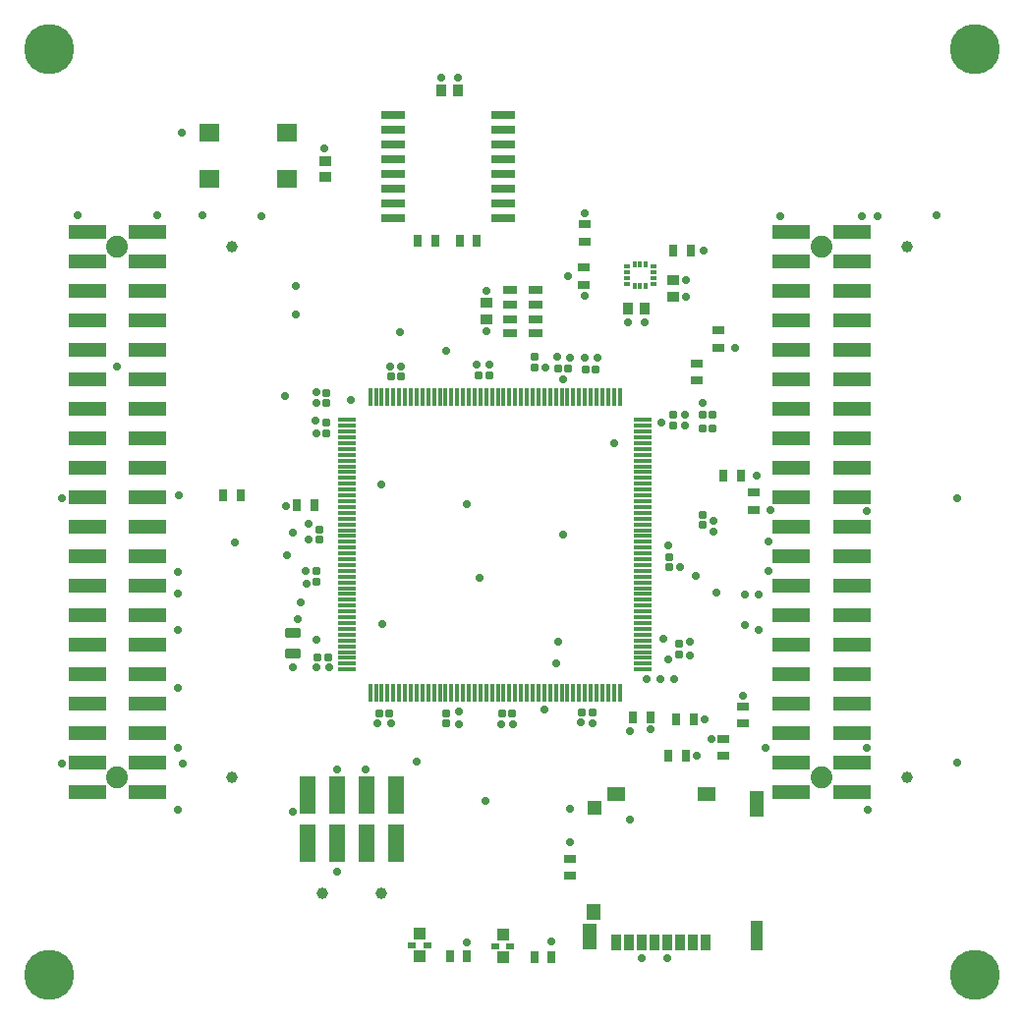
<source format=gts>
G04*
G04 #@! TF.GenerationSoftware,Altium Limited,Altium Designer,23.11.1 (41)*
G04*
G04 Layer_Color=8388736*
%FSLAX25Y25*%
%MOIN*%
G70*
G04*
G04 #@! TF.SameCoordinates,7B13C31F-70D5-41CF-BA4D-497FEED21CC8*
G04*
G04*
G04 #@! TF.FilePolarity,Negative*
G04*
G01*
G75*
%ADD42R,0.07998X0.03156*%
%ADD43R,0.12900X0.04888*%
G04:AMPARAMS|DCode=44|XSize=25.65mil|YSize=23.68mil|CornerRadius=4.46mil|HoleSize=0mil|Usage=FLASHONLY|Rotation=270.000|XOffset=0mil|YOffset=0mil|HoleType=Round|Shape=RoundedRectangle|*
%AMROUNDEDRECTD44*
21,1,0.02565,0.01476,0,0,270.0*
21,1,0.01673,0.02368,0,0,270.0*
1,1,0.00892,-0.00738,-0.00837*
1,1,0.00892,-0.00738,0.00837*
1,1,0.00892,0.00738,0.00837*
1,1,0.00892,0.00738,-0.00837*
%
%ADD44ROUNDEDRECTD44*%
G04:AMPARAMS|DCode=45|XSize=25.65mil|YSize=23.68mil|CornerRadius=4.46mil|HoleSize=0mil|Usage=FLASHONLY|Rotation=180.000|XOffset=0mil|YOffset=0mil|HoleType=Round|Shape=RoundedRectangle|*
%AMROUNDEDRECTD45*
21,1,0.02565,0.01476,0,0,180.0*
21,1,0.01673,0.02368,0,0,180.0*
1,1,0.00892,-0.00837,0.00738*
1,1,0.00892,0.00837,0.00738*
1,1,0.00892,0.00837,-0.00738*
1,1,0.00892,-0.00837,-0.00738*
%
%ADD45ROUNDEDRECTD45*%
%ADD46R,0.01581X0.06109*%
%ADD47R,0.06109X0.01581*%
%ADD48R,0.03156X0.03943*%
%ADD49R,0.04731X0.02762*%
%ADD50R,0.03943X0.03550*%
%ADD51R,0.03550X0.03943*%
G04:AMPARAMS|DCode=52|XSize=55.18mil|YSize=33.92mil|CornerRadius=5.74mil|HoleSize=0mil|Usage=FLASHONLY|Rotation=180.000|XOffset=0mil|YOffset=0mil|HoleType=Round|Shape=RoundedRectangle|*
%AMROUNDEDRECTD52*
21,1,0.05518,0.02244,0,0,180.0*
21,1,0.04370,0.03392,0,0,180.0*
1,1,0.01148,-0.02185,0.01122*
1,1,0.01148,0.02185,0.01122*
1,1,0.01148,0.02185,-0.01122*
1,1,0.01148,-0.02185,-0.01122*
%
%ADD52ROUNDEDRECTD52*%
%ADD53R,0.05400X0.12920*%
%ADD54R,0.03943X0.03156*%
%ADD55R,0.03550X0.05282*%
%ADD56R,0.01384X0.02270*%
%ADD57R,0.02270X0.01384*%
%ADD58R,0.07093X0.05912*%
%ADD59R,0.04140X0.10243*%
%ADD60R,0.04928X0.09061*%
%ADD61R,0.04967X0.05321*%
%ADD62R,0.04967X0.05124*%
%ADD63R,0.06306X0.04928*%
%ADD64R,0.02959X0.03943*%
%ADD65R,0.02605X0.01975*%
%ADD66R,0.04140X0.03943*%
%ADD67C,0.07408*%
%ADD68C,0.03904*%
%ADD69C,0.17000*%
%ADD70C,0.02800*%
D42*
X173743Y311500D02*
D03*
Y306500D02*
D03*
Y301500D02*
D03*
Y296500D02*
D03*
Y291500D02*
D03*
Y286500D02*
D03*
Y281500D02*
D03*
Y276500D02*
D03*
X136657D02*
D03*
Y281500D02*
D03*
Y286500D02*
D03*
Y291500D02*
D03*
Y296500D02*
D03*
Y301500D02*
D03*
Y306500D02*
D03*
Y311500D02*
D03*
D43*
X53218Y81800D02*
D03*
X32725D02*
D03*
X53218Y241800D02*
D03*
X32725Y271800D02*
D03*
X53218D02*
D03*
X32725Y261800D02*
D03*
X53218D02*
D03*
X32725Y251800D02*
D03*
X53218D02*
D03*
X32725Y241800D02*
D03*
Y231800D02*
D03*
X53218D02*
D03*
X32725Y221800D02*
D03*
X53218D02*
D03*
X32725Y211800D02*
D03*
X53218D02*
D03*
X32725Y201800D02*
D03*
X53218D02*
D03*
X32725Y191800D02*
D03*
X53218D02*
D03*
X32725Y181800D02*
D03*
X53218D02*
D03*
X32725Y171800D02*
D03*
X53218D02*
D03*
X32725Y161800D02*
D03*
X53218D02*
D03*
X32725Y151800D02*
D03*
X53218D02*
D03*
X32725Y141800D02*
D03*
X53218D02*
D03*
X32725Y131800D02*
D03*
X53218D02*
D03*
X32725Y121800D02*
D03*
X53218D02*
D03*
X32725Y111800D02*
D03*
X53218D02*
D03*
X32725Y101800D02*
D03*
X53218D02*
D03*
X32725Y91800D02*
D03*
X53218D02*
D03*
X292171Y81800D02*
D03*
X271678D02*
D03*
X292171Y91800D02*
D03*
X271678D02*
D03*
X292171Y101800D02*
D03*
X271678D02*
D03*
X292171Y111800D02*
D03*
X271678D02*
D03*
X292171Y121800D02*
D03*
X271678D02*
D03*
X292171Y131800D02*
D03*
X271678D02*
D03*
X292171Y141800D02*
D03*
X271678D02*
D03*
X292171Y151800D02*
D03*
X271678D02*
D03*
X292171Y161800D02*
D03*
X271678D02*
D03*
X292171Y171800D02*
D03*
X271678D02*
D03*
X292171Y181800D02*
D03*
X271678D02*
D03*
X292171Y191800D02*
D03*
X271678D02*
D03*
X292171Y201800D02*
D03*
X271678D02*
D03*
X292171Y211800D02*
D03*
X271678D02*
D03*
X292171Y221800D02*
D03*
X271678D02*
D03*
X292171Y231800D02*
D03*
X271678D02*
D03*
X292171Y241800D02*
D03*
X271678D02*
D03*
X292171Y251800D02*
D03*
Y261800D02*
D03*
X271678D02*
D03*
X292171Y271800D02*
D03*
X271678D02*
D03*
Y251800D02*
D03*
D44*
X110928Y127700D02*
D03*
X114472D02*
D03*
X204192Y108756D02*
D03*
X200648D02*
D03*
X135361Y108600D02*
D03*
X131818D02*
D03*
X173428Y108672D02*
D03*
X176972D02*
D03*
X135728Y222900D02*
D03*
X165573Y223111D02*
D03*
X196041Y225415D02*
D03*
X201809Y225295D02*
D03*
X244966Y209812D02*
D03*
Y205071D02*
D03*
X139272Y222900D02*
D03*
X169116Y223111D02*
D03*
X205352Y225295D02*
D03*
X192498Y225415D02*
D03*
X241423Y209812D02*
D03*
Y205071D02*
D03*
D45*
X154700Y108672D02*
D03*
Y105128D02*
D03*
X230100Y158128D02*
D03*
Y161672D02*
D03*
X110451Y153202D02*
D03*
X111600Y167428D02*
D03*
X113900Y203528D02*
D03*
X113828Y217280D02*
D03*
X233436Y128611D02*
D03*
X241600Y175972D02*
D03*
X184700Y226028D02*
D03*
X231614Y209826D02*
D03*
X113828Y213737D02*
D03*
X113900Y207072D02*
D03*
X111600Y170972D02*
D03*
X110451Y156745D02*
D03*
X184700Y229572D02*
D03*
X231614Y206283D02*
D03*
X233436Y132154D02*
D03*
X241600Y172428D02*
D03*
D46*
X132714Y215898D02*
D03*
X207517Y115702D02*
D03*
X213423Y215898D02*
D03*
X211454D02*
D03*
X209486D02*
D03*
X207517D02*
D03*
X205549D02*
D03*
X203580D02*
D03*
X197675D02*
D03*
X195706D02*
D03*
X193738D02*
D03*
X191769D02*
D03*
X187832D02*
D03*
X185864D02*
D03*
X183895D02*
D03*
X181927D02*
D03*
X179958D02*
D03*
X177990D02*
D03*
X176021D02*
D03*
X174053D02*
D03*
X172084D02*
D03*
X170116D02*
D03*
X168147D02*
D03*
X164210D02*
D03*
X162242D02*
D03*
X160273D02*
D03*
X158305D02*
D03*
X156336D02*
D03*
X154368D02*
D03*
X152399D02*
D03*
X150431D02*
D03*
X148462D02*
D03*
X146494D02*
D03*
X144525D02*
D03*
X142557D02*
D03*
X140588D02*
D03*
X134683D02*
D03*
X130746D02*
D03*
X128777Y115702D02*
D03*
X130746D02*
D03*
X132714D02*
D03*
X136651D02*
D03*
X138620D02*
D03*
X140588D02*
D03*
X142557D02*
D03*
X144525D02*
D03*
X146494D02*
D03*
X150431D02*
D03*
X152399D02*
D03*
X154368D02*
D03*
X156336D02*
D03*
X158305D02*
D03*
X160273D02*
D03*
X162242D02*
D03*
X164210D02*
D03*
X166179D02*
D03*
X168147D02*
D03*
X170116D02*
D03*
X172084D02*
D03*
X174053D02*
D03*
X177990D02*
D03*
X179958D02*
D03*
X181927D02*
D03*
X183895D02*
D03*
X185864D02*
D03*
X187832D02*
D03*
X189801D02*
D03*
X191769D02*
D03*
X193738D02*
D03*
X195706D02*
D03*
X197675D02*
D03*
X199643D02*
D03*
X203580D02*
D03*
X205549D02*
D03*
X209486D02*
D03*
X211454D02*
D03*
X213423D02*
D03*
X176021D02*
D03*
X134683D02*
D03*
X148462D02*
D03*
X128777Y215898D02*
D03*
X136651D02*
D03*
X138620D02*
D03*
X166179D02*
D03*
X201612Y115702D02*
D03*
X189801Y215898D02*
D03*
X199643D02*
D03*
X201612D02*
D03*
D47*
X221198Y186469D02*
D03*
X121002Y208123D02*
D03*
Y206154D02*
D03*
Y204186D02*
D03*
Y200249D02*
D03*
Y198280D02*
D03*
Y196312D02*
D03*
Y194343D02*
D03*
Y192375D02*
D03*
Y190406D02*
D03*
Y188438D02*
D03*
Y186469D02*
D03*
Y184501D02*
D03*
Y182532D02*
D03*
Y180564D02*
D03*
Y178595D02*
D03*
Y176627D02*
D03*
Y174658D02*
D03*
Y172690D02*
D03*
Y170721D02*
D03*
Y166784D02*
D03*
Y164816D02*
D03*
Y162847D02*
D03*
Y160879D02*
D03*
Y158910D02*
D03*
Y154973D02*
D03*
Y153005D02*
D03*
Y151036D02*
D03*
Y149068D02*
D03*
Y147099D02*
D03*
Y145131D02*
D03*
Y143162D02*
D03*
Y141194D02*
D03*
Y137257D02*
D03*
Y133320D02*
D03*
Y129383D02*
D03*
Y125446D02*
D03*
Y123477D02*
D03*
X221198Y125446D02*
D03*
Y133320D02*
D03*
Y135288D02*
D03*
Y137257D02*
D03*
Y139225D02*
D03*
Y141194D02*
D03*
Y143162D02*
D03*
Y145131D02*
D03*
Y147099D02*
D03*
Y149068D02*
D03*
Y151036D02*
D03*
Y153005D02*
D03*
Y154973D02*
D03*
Y156942D02*
D03*
Y158910D02*
D03*
Y162847D02*
D03*
Y164816D02*
D03*
Y166784D02*
D03*
Y168753D02*
D03*
Y170721D02*
D03*
Y172690D02*
D03*
Y174658D02*
D03*
Y178595D02*
D03*
Y180564D02*
D03*
Y182532D02*
D03*
Y184501D02*
D03*
Y188438D02*
D03*
Y190406D02*
D03*
Y192375D02*
D03*
Y194343D02*
D03*
Y196312D02*
D03*
Y198280D02*
D03*
Y202217D02*
D03*
Y204186D02*
D03*
Y131351D02*
D03*
X121002Y127414D02*
D03*
X221198Y200249D02*
D03*
Y123477D02*
D03*
X121002Y139225D02*
D03*
Y131351D02*
D03*
Y156942D02*
D03*
Y135288D02*
D03*
Y202217D02*
D03*
Y168753D02*
D03*
X221198Y129383D02*
D03*
Y176627D02*
D03*
Y208123D02*
D03*
Y206154D02*
D03*
Y160879D02*
D03*
Y127414D02*
D03*
D48*
X218046Y107192D02*
D03*
X223951D02*
D03*
X165053Y268900D02*
D03*
X159147D02*
D03*
X145047Y268900D02*
D03*
X150953D02*
D03*
X104047Y179200D02*
D03*
X84912Y182499D02*
D03*
X235853Y94206D02*
D03*
X238553Y106659D02*
D03*
X237553Y265400D02*
D03*
X109953Y179200D02*
D03*
X248647Y189100D02*
D03*
X254553D02*
D03*
X231647Y265400D02*
D03*
X229947Y94206D02*
D03*
X232647Y106659D02*
D03*
X79006Y182499D02*
D03*
D49*
X184961Y252221D02*
D03*
Y247300D02*
D03*
Y242379D02*
D03*
Y237457D02*
D03*
X176300D02*
D03*
Y242379D02*
D03*
Y247300D02*
D03*
Y252221D02*
D03*
D50*
X168200Y242244D02*
D03*
Y247756D02*
D03*
X231492Y255537D02*
D03*
X113500Y290444D02*
D03*
Y295956D02*
D03*
X231492Y250025D02*
D03*
D51*
X158556Y320000D02*
D03*
X153044D02*
D03*
X216300Y245800D02*
D03*
X221812D02*
D03*
D52*
X102500Y128957D02*
D03*
Y136004D02*
D03*
D53*
X117400Y80896D02*
D03*
X107400Y64400D02*
D03*
Y80896D02*
D03*
X117400Y64400D02*
D03*
X127400D02*
D03*
Y80896D02*
D03*
X137400Y64400D02*
D03*
Y80896D02*
D03*
D54*
X196500Y59306D02*
D03*
X248400Y100012D02*
D03*
X255200Y111053D02*
D03*
X201326Y253906D02*
D03*
X239600Y227353D02*
D03*
X247000Y232647D02*
D03*
X201421Y274453D02*
D03*
X258900Y183553D02*
D03*
Y177647D02*
D03*
X196500Y53400D02*
D03*
X201421Y268547D02*
D03*
X239600Y221447D02*
D03*
X247000Y238553D02*
D03*
X201326Y259812D02*
D03*
X248400Y94106D02*
D03*
X255200Y105147D02*
D03*
D55*
X229680Y30846D02*
D03*
X242672D02*
D03*
X238342D02*
D03*
X234011D02*
D03*
X225350D02*
D03*
X221019D02*
D03*
X216688D02*
D03*
X212357D02*
D03*
D56*
X218408Y253692D02*
D03*
X220377D02*
D03*
X222345D02*
D03*
Y260877D02*
D03*
X220377D02*
D03*
X218408D02*
D03*
D57*
X224953Y254332D02*
D03*
X215800Y260237D02*
D03*
Y258269D02*
D03*
Y256300D02*
D03*
Y254332D02*
D03*
X224953Y256300D02*
D03*
Y258269D02*
D03*
Y260237D02*
D03*
D58*
X74100Y305600D02*
D03*
X100478D02*
D03*
X74100Y289852D02*
D03*
X100478D02*
D03*
D59*
X259779Y33326D02*
D03*
D60*
X203125Y32735D02*
D03*
X259779Y77932D02*
D03*
D61*
X204700Y41200D02*
D03*
D62*
X204917Y76633D02*
D03*
D63*
X212200Y81062D02*
D03*
X242830D02*
D03*
D64*
X155791Y26200D02*
D03*
X161500D02*
D03*
X184646Y25900D02*
D03*
X190354D02*
D03*
D65*
X176379Y29700D02*
D03*
X171221D02*
D03*
X142921Y30000D02*
D03*
X148079D02*
D03*
D66*
X173800Y33440D02*
D03*
Y25960D02*
D03*
X145500Y26260D02*
D03*
Y33740D02*
D03*
D67*
X42973Y266800D02*
D03*
Y86800D02*
D03*
X281926D02*
D03*
Y266800D02*
D03*
D68*
X81959Y266800D02*
D03*
Y86800D02*
D03*
X311000Y266800D02*
D03*
Y86800D02*
D03*
X112400Y47451D02*
D03*
X132400D02*
D03*
D69*
X20000Y20000D02*
D03*
X334000D02*
D03*
Y334000D02*
D03*
X20000D02*
D03*
D70*
X63900Y182600D02*
D03*
X65078Y91521D02*
D03*
X327922Y91779D02*
D03*
Y181679D02*
D03*
X297333Y177175D02*
D03*
X24375Y181567D02*
D03*
X297300Y96900D02*
D03*
X24375Y91667D02*
D03*
X267900Y277200D02*
D03*
X295400Y277300D02*
D03*
X56600Y277500D02*
D03*
X29400D02*
D03*
X135503Y226307D02*
D03*
X235645Y206154D02*
D03*
Y209978D02*
D03*
X237207Y132771D02*
D03*
X237146Y128159D02*
D03*
X229800Y126800D02*
D03*
X227300Y120200D02*
D03*
X231900D02*
D03*
X204200Y105300D02*
D03*
X200100Y105400D02*
D03*
X177300Y104798D02*
D03*
X173100Y104800D02*
D03*
X158900Y104798D02*
D03*
Y109200D02*
D03*
X135900Y105200D02*
D03*
X131300D02*
D03*
X110500Y124100D02*
D03*
X107000Y157000D02*
D03*
X107100Y152700D02*
D03*
X110300Y207800D02*
D03*
X205800Y229379D02*
D03*
X201400D02*
D03*
X169116Y226811D02*
D03*
X164800D02*
D03*
X196500Y229379D02*
D03*
X192272Y229415D02*
D03*
X110430Y213737D02*
D03*
Y217506D02*
D03*
X196500Y76300D02*
D03*
X167800Y79000D02*
D03*
X242100Y106659D02*
D03*
X252400Y232700D02*
D03*
X194100Y169200D02*
D03*
X166000Y154700D02*
D03*
X63600Y75800D02*
D03*
X297500Y76000D02*
D03*
X168200Y252000D02*
D03*
Y238300D02*
D03*
X196000Y256900D02*
D03*
X153044Y324174D02*
D03*
X158556D02*
D03*
X161500Y179400D02*
D03*
X211454Y200249D02*
D03*
X133000Y139000D02*
D03*
X132600Y186100D02*
D03*
X102600Y124200D02*
D03*
X110400Y133600D02*
D03*
X108014Y167414D02*
D03*
X117500Y89400D02*
D03*
X114800Y124100D02*
D03*
X100231Y179000D02*
D03*
X110430Y203528D02*
D03*
X196500Y64800D02*
D03*
X216900Y72700D02*
D03*
X223951Y103300D02*
D03*
X227400Y207200D02*
D03*
X229680Y25400D02*
D03*
X239400Y94206D02*
D03*
X244500Y99900D02*
D03*
X255200Y114600D02*
D03*
X230050Y165650D02*
D03*
X245156Y173982D02*
D03*
X188132Y226028D02*
D03*
X201421Y250084D02*
D03*
Y278100D02*
D03*
X216300Y241100D02*
D03*
X236000Y255600D02*
D03*
X241800Y265400D02*
D03*
X191900Y125500D02*
D03*
X222700Y120200D02*
D03*
X99900Y216100D02*
D03*
X122200Y214900D02*
D03*
X139272Y226307D02*
D03*
X103600Y243800D02*
D03*
X103500Y253600D02*
D03*
X154700Y231400D02*
D03*
X262900Y96800D02*
D03*
X264500Y177500D02*
D03*
X259936Y189100D02*
D03*
X108014Y172768D02*
D03*
X100500Y162316D02*
D03*
X82900Y166600D02*
D03*
X260400Y136900D02*
D03*
X256000Y138400D02*
D03*
X194269Y221854D02*
D03*
X138800Y238000D02*
D03*
X260600Y149000D02*
D03*
X105300Y146100D02*
D03*
X187832Y109740D02*
D03*
X216900Y102500D02*
D03*
X228099Y133851D02*
D03*
X102700Y170000D02*
D03*
X245127Y170188D02*
D03*
X320900Y277500D02*
D03*
X192700Y132800D02*
D03*
X113326Y300344D02*
D03*
X241512Y214012D02*
D03*
X104063Y140400D02*
D03*
X246100Y149700D02*
D03*
X256000Y149000D02*
D03*
X239300Y155100D02*
D03*
X263800Y156900D02*
D03*
Y166900D02*
D03*
X234000Y158128D02*
D03*
X236000Y250025D02*
D03*
X221812Y241100D02*
D03*
X92000Y277300D02*
D03*
X71800Y277500D02*
D03*
X63400Y156700D02*
D03*
Y117300D02*
D03*
X127200Y89600D02*
D03*
X144447Y92200D02*
D03*
X102500Y75300D02*
D03*
X63400Y149100D02*
D03*
Y136800D02*
D03*
X42800Y226200D02*
D03*
X63400Y97000D02*
D03*
X161500Y30800D02*
D03*
X221019Y25400D02*
D03*
X190354Y31100D02*
D03*
X300900Y277300D02*
D03*
X117400Y54900D02*
D03*
X65025Y305600D02*
D03*
M02*

</source>
